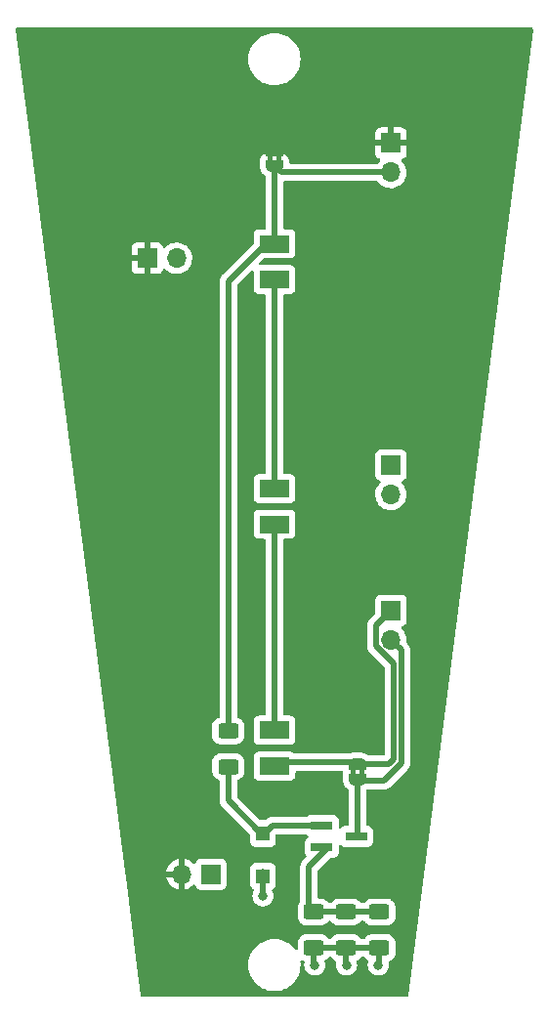
<source format=gtl>
G04 #@! TF.GenerationSoftware,KiCad,Pcbnew,6.0.11-2627ca5db0~126~ubuntu22.04.1*
G04 #@! TF.CreationDate,2023-11-05T13:12:04+01:00*
G04 #@! TF.ProjectId,CC_LED_Driver,43435f4c-4544-45f4-9472-697665722e6b,rev?*
G04 #@! TF.SameCoordinates,Original*
G04 #@! TF.FileFunction,Copper,L1,Top*
G04 #@! TF.FilePolarity,Positive*
%FSLAX46Y46*%
G04 Gerber Fmt 4.6, Leading zero omitted, Abs format (unit mm)*
G04 Created by KiCad (PCBNEW 6.0.11-2627ca5db0~126~ubuntu22.04.1) date 2023-11-05 13:12:04*
%MOMM*%
%LPD*%
G01*
G04 APERTURE LIST*
G04 Aperture macros list*
%AMRoundRect*
0 Rectangle with rounded corners*
0 $1 Rounding radius*
0 $2 $3 $4 $5 $6 $7 $8 $9 X,Y pos of 4 corners*
0 Add a 4 corners polygon primitive as box body*
4,1,4,$2,$3,$4,$5,$6,$7,$8,$9,$2,$3,0*
0 Add four circle primitives for the rounded corners*
1,1,$1+$1,$2,$3*
1,1,$1+$1,$4,$5*
1,1,$1+$1,$6,$7*
1,1,$1+$1,$8,$9*
0 Add four rect primitives between the rounded corners*
20,1,$1+$1,$2,$3,$4,$5,0*
20,1,$1+$1,$4,$5,$6,$7,0*
20,1,$1+$1,$6,$7,$8,$9,0*
20,1,$1+$1,$8,$9,$2,$3,0*%
%AMFreePoly0*
4,1,22,0.500000,-0.750000,0.000000,-0.750000,0.000000,-0.745033,-0.079941,-0.743568,-0.215256,-0.701293,-0.333266,-0.622738,-0.424486,-0.514219,-0.481581,-0.384460,-0.499164,-0.250000,-0.500000,-0.250000,-0.500000,0.250000,-0.499164,0.250000,-0.499963,0.256109,-0.478152,0.396186,-0.417904,0.524511,-0.324060,0.630769,-0.204165,0.706417,-0.067858,0.745374,0.000000,0.744959,0.000000,0.750000,
0.500000,0.750000,0.500000,-0.750000,0.500000,-0.750000,$1*%
%AMFreePoly1*
4,1,20,0.000000,0.744959,0.073905,0.744508,0.209726,0.703889,0.328688,0.626782,0.421226,0.519385,0.479903,0.390333,0.500000,0.250000,0.500000,-0.250000,0.499851,-0.262216,0.476331,-0.402017,0.414519,-0.529596,0.319384,-0.634700,0.198574,-0.708877,0.061801,-0.746166,0.000000,-0.745033,0.000000,-0.750000,-0.500000,-0.750000,-0.500000,0.750000,0.000000,0.750000,0.000000,0.744959,
0.000000,0.744959,$1*%
G04 Aperture macros list end*
G04 #@! TA.AperFunction,SMDPad,CuDef*
%ADD10RoundRect,0.250000X-0.625000X0.400000X-0.625000X-0.400000X0.625000X-0.400000X0.625000X0.400000X0*%
G04 #@! TD*
G04 #@! TA.AperFunction,ComponentPad*
%ADD11R,1.700000X1.700000*%
G04 #@! TD*
G04 #@! TA.AperFunction,ComponentPad*
%ADD12O,1.700000X1.700000*%
G04 #@! TD*
G04 #@! TA.AperFunction,SMDPad,CuDef*
%ADD13FreePoly0,90.000000*%
G04 #@! TD*
G04 #@! TA.AperFunction,SMDPad,CuDef*
%ADD14FreePoly1,90.000000*%
G04 #@! TD*
G04 #@! TA.AperFunction,SMDPad,CuDef*
%ADD15R,1.900000X0.800000*%
G04 #@! TD*
G04 #@! TA.AperFunction,SMDPad,CuDef*
%ADD16R,2.600000X1.500000*%
G04 #@! TD*
G04 #@! TA.AperFunction,SMDPad,CuDef*
%ADD17R,1.200000X1.300000*%
G04 #@! TD*
G04 #@! TA.AperFunction,ViaPad*
%ADD18C,0.800000*%
G04 #@! TD*
G04 #@! TA.AperFunction,Conductor*
%ADD19C,0.500000*%
G04 #@! TD*
G04 APERTURE END LIST*
G36*
X125300000Y-73100001D02*
G01*
X124900000Y-73100001D01*
X124900000Y-72600001D01*
X125300000Y-72600001D01*
X125300000Y-73100001D01*
G37*
G36*
X126100000Y-73100001D02*
G01*
X125700000Y-73100001D01*
X125700000Y-72600001D01*
X126100000Y-72600001D01*
X126100000Y-73100001D01*
G37*
G36*
X133300000Y-126250000D02*
G01*
X132900000Y-126250000D01*
X132900000Y-125750000D01*
X133300000Y-125750000D01*
X133300000Y-126250000D01*
G37*
G36*
X132500000Y-126250000D02*
G01*
X132100000Y-126250000D01*
X132100000Y-125750000D01*
X132500000Y-125750000D01*
X132500000Y-126250000D01*
G37*
D10*
X128900000Y-138150000D03*
X128900000Y-141250000D03*
D11*
X135600000Y-112025000D03*
D12*
X135600000Y-114565000D03*
D11*
X114475000Y-81500000D03*
D12*
X117015000Y-81500000D03*
D13*
X125500000Y-73500001D03*
D14*
X125500000Y-72200001D03*
D15*
X129600000Y-130650000D03*
X129600000Y-132550000D03*
X132600000Y-131600000D03*
D16*
X125500000Y-83350000D03*
X125500000Y-80250000D03*
D10*
X131700000Y-138150000D03*
X131700000Y-141250000D03*
D16*
X125500000Y-104550000D03*
X125500000Y-101450000D03*
D11*
X120000000Y-134875000D03*
D12*
X117460000Y-134875000D03*
D16*
X125500000Y-125500000D03*
X125500000Y-122400000D03*
D17*
X124500000Y-131350000D03*
X124500000Y-135050000D03*
D13*
X132700000Y-126650000D03*
D14*
X132700000Y-125350000D03*
D10*
X134600000Y-138150000D03*
X134600000Y-141250000D03*
X121500000Y-122450000D03*
X121500000Y-125550000D03*
D11*
X135600000Y-71525000D03*
D12*
X135600000Y-74065000D03*
D11*
X135600000Y-99425000D03*
D12*
X135600000Y-101965000D03*
D18*
X131750000Y-142750000D03*
X124500000Y-136750000D03*
X129000000Y-142750000D03*
X134500000Y-142750000D03*
D19*
X125500000Y-83350000D02*
X125500000Y-101450000D01*
X125500000Y-104550000D02*
X125500000Y-122400000D01*
X125350000Y-130650000D02*
X129600000Y-130650000D01*
X121500000Y-125550000D02*
X121500000Y-128500000D01*
X121500000Y-128500000D02*
X124500000Y-131500000D01*
X124500000Y-131500000D02*
X125350000Y-130650000D01*
X128900000Y-141250000D02*
X128900000Y-142650000D01*
X131700000Y-142700000D02*
X131750000Y-142750000D01*
X124500000Y-134687500D02*
X124500000Y-136750000D01*
X128900000Y-141250000D02*
X131700000Y-141250000D01*
X134600000Y-141250000D02*
X134600000Y-142650000D01*
X134600000Y-142650000D02*
X134500000Y-142750000D01*
X131700000Y-141250000D02*
X131700000Y-142700000D01*
X134600000Y-141250000D02*
X131700000Y-141250000D01*
X128900000Y-142650000D02*
X129000000Y-142750000D01*
X124750000Y-80250000D02*
X125500000Y-80250000D01*
X126064999Y-74065000D02*
X125500000Y-73500001D01*
X121500000Y-122450000D02*
X121500000Y-83500000D01*
X125500000Y-80250000D02*
X125500000Y-73500001D01*
X135600000Y-74065000D02*
X126064999Y-74065000D01*
X121500000Y-83500000D02*
X124750000Y-80250000D01*
X134300000Y-115103478D02*
X135800000Y-116603478D01*
X135800000Y-116603478D02*
X135800000Y-124950000D01*
X132700000Y-125350000D02*
X132525000Y-125175000D01*
X132525000Y-125175000D02*
X125825000Y-125175000D01*
X125825000Y-125175000D02*
X125500000Y-125500000D01*
X135600000Y-112025000D02*
X134300000Y-113325000D01*
X135400000Y-125350000D02*
X132700000Y-125350000D01*
X135800000Y-124950000D02*
X135400000Y-125350000D01*
X134300000Y-113325000D02*
X134300000Y-115103478D01*
X135000000Y-126750000D02*
X132800000Y-126750000D01*
X135600000Y-114565000D02*
X136500000Y-115465000D01*
X132800000Y-126750000D02*
X132700000Y-126650000D01*
X132700000Y-126650000D02*
X132750000Y-126700000D01*
X132700000Y-131500000D02*
X132600000Y-131600000D01*
X136500000Y-115465000D02*
X136500000Y-125250000D01*
X132700000Y-126650000D02*
X132700000Y-131500000D01*
X136500000Y-125250000D02*
X135000000Y-126750000D01*
X128500000Y-134212500D02*
X128500000Y-137750000D01*
X130162500Y-132550000D02*
X128500000Y-134212500D01*
X131700000Y-138150000D02*
X134600000Y-138150000D01*
X128500000Y-137750000D02*
X128900000Y-138150000D01*
X128900000Y-138150000D02*
X131700000Y-138150000D01*
G04 #@! TA.AperFunction,Conductor*
G36*
X147846217Y-61528502D02*
G01*
X147892710Y-61582158D01*
X147903054Y-61650671D01*
X137067278Y-145381671D01*
X137038699Y-145446661D01*
X136979520Y-145485883D01*
X136942320Y-145491500D01*
X114057680Y-145491500D01*
X113989559Y-145471498D01*
X113943066Y-145417842D01*
X113932722Y-145381671D01*
X113592153Y-142750000D01*
X123236654Y-142750000D01*
X123256017Y-143045426D01*
X123256819Y-143049459D01*
X123256820Y-143049465D01*
X123312970Y-143331747D01*
X123313776Y-143335797D01*
X123315103Y-143339706D01*
X123315104Y-143339710D01*
X123382155Y-143537237D01*
X123408941Y-143616145D01*
X123539885Y-143881673D01*
X123704367Y-144127838D01*
X123707081Y-144130932D01*
X123707085Y-144130938D01*
X123896864Y-144347338D01*
X123899573Y-144350427D01*
X123902662Y-144353136D01*
X124119062Y-144542915D01*
X124119068Y-144542919D01*
X124122162Y-144545633D01*
X124125588Y-144547922D01*
X124125593Y-144547926D01*
X124309405Y-144670744D01*
X124368327Y-144710115D01*
X124372026Y-144711939D01*
X124372031Y-144711942D01*
X124508313Y-144779148D01*
X124633855Y-144841059D01*
X124637760Y-144842384D01*
X124637761Y-144842385D01*
X124910290Y-144934896D01*
X124910294Y-144934897D01*
X124914203Y-144936224D01*
X124918247Y-144937028D01*
X124918253Y-144937030D01*
X125200535Y-144993180D01*
X125200541Y-144993181D01*
X125204574Y-144993983D01*
X125208679Y-144994252D01*
X125208686Y-144994253D01*
X125495881Y-145013076D01*
X125500000Y-145013346D01*
X125504119Y-145013076D01*
X125791314Y-144994253D01*
X125791321Y-144994252D01*
X125795426Y-144993983D01*
X125799459Y-144993181D01*
X125799465Y-144993180D01*
X126081747Y-144937030D01*
X126081753Y-144937028D01*
X126085797Y-144936224D01*
X126089706Y-144934897D01*
X126089710Y-144934896D01*
X126362239Y-144842385D01*
X126362240Y-144842384D01*
X126366145Y-144841059D01*
X126491687Y-144779148D01*
X126627969Y-144711942D01*
X126627974Y-144711939D01*
X126631673Y-144710115D01*
X126690595Y-144670744D01*
X126874407Y-144547926D01*
X126874412Y-144547922D01*
X126877838Y-144545633D01*
X126880932Y-144542919D01*
X126880938Y-144542915D01*
X127097338Y-144353136D01*
X127100427Y-144350427D01*
X127103136Y-144347338D01*
X127292915Y-144130938D01*
X127292919Y-144130932D01*
X127295633Y-144127838D01*
X127460115Y-143881673D01*
X127591059Y-143616145D01*
X127617845Y-143537237D01*
X127684896Y-143339710D01*
X127684897Y-143339706D01*
X127686224Y-143335797D01*
X127687030Y-143331747D01*
X127743180Y-143049465D01*
X127743181Y-143049459D01*
X127743983Y-143045426D01*
X127763346Y-142750000D01*
X127750898Y-142560072D01*
X127744253Y-142458689D01*
X127744252Y-142458685D01*
X127743983Y-142454574D01*
X127743909Y-142454201D01*
X127754718Y-142384911D01*
X127801849Y-142331815D01*
X127870204Y-142312629D01*
X127934813Y-142331360D01*
X127946028Y-142338273D01*
X127946033Y-142338275D01*
X127952262Y-142342115D01*
X128036522Y-142370063D01*
X128094881Y-142410492D01*
X128122118Y-142476056D01*
X128116687Y-142528590D01*
X128106458Y-142560072D01*
X128086496Y-142750000D01*
X128106458Y-142939928D01*
X128165473Y-143121556D01*
X128260960Y-143286944D01*
X128388747Y-143428866D01*
X128543248Y-143541118D01*
X128549276Y-143543802D01*
X128549278Y-143543803D01*
X128558752Y-143548021D01*
X128717712Y-143618794D01*
X128811112Y-143638647D01*
X128898056Y-143657128D01*
X128898061Y-143657128D01*
X128904513Y-143658500D01*
X129095487Y-143658500D01*
X129101939Y-143657128D01*
X129101944Y-143657128D01*
X129188888Y-143638647D01*
X129282288Y-143618794D01*
X129441248Y-143548021D01*
X129450722Y-143543803D01*
X129450724Y-143543802D01*
X129456752Y-143541118D01*
X129611253Y-143428866D01*
X129739040Y-143286944D01*
X129834527Y-143121556D01*
X129893542Y-142939928D01*
X129913504Y-142750000D01*
X129893542Y-142560072D01*
X129857517Y-142449199D01*
X129855489Y-142378233D01*
X129892152Y-142317435D01*
X129911036Y-142303128D01*
X129999348Y-142248478D01*
X130124305Y-142123303D01*
X130128146Y-142117072D01*
X130128148Y-142117070D01*
X130158159Y-142068383D01*
X130210931Y-142020890D01*
X130265418Y-142008500D01*
X130334631Y-142008500D01*
X130402752Y-142028502D01*
X130441772Y-142068193D01*
X130476522Y-142124348D01*
X130601697Y-142249305D01*
X130607927Y-142253145D01*
X130607928Y-142253146D01*
X130745090Y-142337694D01*
X130752262Y-142342115D01*
X130791387Y-142355092D01*
X130849744Y-142395520D01*
X130876982Y-142461084D01*
X130871551Y-142513620D01*
X130856458Y-142560072D01*
X130836496Y-142750000D01*
X130856458Y-142939928D01*
X130915473Y-143121556D01*
X131010960Y-143286944D01*
X131138747Y-143428866D01*
X131293248Y-143541118D01*
X131299276Y-143543802D01*
X131299278Y-143543803D01*
X131308752Y-143548021D01*
X131467712Y-143618794D01*
X131561112Y-143638647D01*
X131648056Y-143657128D01*
X131648061Y-143657128D01*
X131654513Y-143658500D01*
X131845487Y-143658500D01*
X131851939Y-143657128D01*
X131851944Y-143657128D01*
X131938888Y-143638647D01*
X132032288Y-143618794D01*
X132191248Y-143548021D01*
X132200722Y-143543803D01*
X132200724Y-143543802D01*
X132206752Y-143541118D01*
X132361253Y-143428866D01*
X132489040Y-143286944D01*
X132584527Y-143121556D01*
X132643542Y-142939928D01*
X132663504Y-142750000D01*
X132643542Y-142560072D01*
X132615888Y-142474962D01*
X132613860Y-142403995D01*
X132650523Y-142343197D01*
X132669418Y-142328882D01*
X132793120Y-142252332D01*
X132799348Y-142248478D01*
X132924305Y-142123303D01*
X132928146Y-142117072D01*
X132928148Y-142117070D01*
X132958159Y-142068383D01*
X133010931Y-142020890D01*
X133065418Y-142008500D01*
X133234631Y-142008500D01*
X133302752Y-142028502D01*
X133341772Y-142068193D01*
X133376522Y-142124348D01*
X133501697Y-142249305D01*
X133507927Y-142253145D01*
X133507928Y-142253146D01*
X133588774Y-142302980D01*
X133636267Y-142355752D01*
X133647691Y-142425824D01*
X133642493Y-142449170D01*
X133606458Y-142560072D01*
X133586496Y-142750000D01*
X133606458Y-142939928D01*
X133665473Y-143121556D01*
X133760960Y-143286944D01*
X133888747Y-143428866D01*
X134043248Y-143541118D01*
X134049276Y-143543802D01*
X134049278Y-143543803D01*
X134058752Y-143548021D01*
X134217712Y-143618794D01*
X134311112Y-143638647D01*
X134398056Y-143657128D01*
X134398061Y-143657128D01*
X134404513Y-143658500D01*
X134595487Y-143658500D01*
X134601939Y-143657128D01*
X134601944Y-143657128D01*
X134688888Y-143638647D01*
X134782288Y-143618794D01*
X134941248Y-143548021D01*
X134950722Y-143543803D01*
X134950724Y-143543802D01*
X134956752Y-143541118D01*
X135111253Y-143428866D01*
X135239040Y-143286944D01*
X135334527Y-143121556D01*
X135393542Y-142939928D01*
X135413504Y-142750000D01*
X135393542Y-142560072D01*
X135383314Y-142528593D01*
X135381286Y-142457626D01*
X135417948Y-142396828D01*
X135463269Y-142370134D01*
X135548946Y-142341550D01*
X135699348Y-142248478D01*
X135824305Y-142123303D01*
X135828147Y-142117070D01*
X135913275Y-141978968D01*
X135913276Y-141978966D01*
X135917115Y-141972738D01*
X135972797Y-141804861D01*
X135983500Y-141700400D01*
X135983500Y-140799600D01*
X135982492Y-140789885D01*
X135973238Y-140700692D01*
X135973237Y-140700688D01*
X135972526Y-140693834D01*
X135960443Y-140657615D01*
X135918868Y-140533002D01*
X135916550Y-140526054D01*
X135823478Y-140375652D01*
X135698303Y-140250695D01*
X135692072Y-140246854D01*
X135553968Y-140161725D01*
X135553966Y-140161724D01*
X135547738Y-140157885D01*
X135387254Y-140104655D01*
X135386389Y-140104368D01*
X135386387Y-140104368D01*
X135379861Y-140102203D01*
X135373025Y-140101503D01*
X135373022Y-140101502D01*
X135329969Y-140097091D01*
X135275400Y-140091500D01*
X133924600Y-140091500D01*
X133921354Y-140091837D01*
X133921350Y-140091837D01*
X133825692Y-140101762D01*
X133825688Y-140101763D01*
X133818834Y-140102474D01*
X133812298Y-140104655D01*
X133812296Y-140104655D01*
X133680194Y-140148728D01*
X133651054Y-140158450D01*
X133500652Y-140251522D01*
X133375695Y-140376697D01*
X133371856Y-140382925D01*
X133371852Y-140382930D01*
X133341841Y-140431617D01*
X133289069Y-140479110D01*
X133234582Y-140491500D01*
X133065369Y-140491500D01*
X132997248Y-140471498D01*
X132958228Y-140431807D01*
X132923478Y-140375652D01*
X132798303Y-140250695D01*
X132792072Y-140246854D01*
X132653968Y-140161725D01*
X132653966Y-140161724D01*
X132647738Y-140157885D01*
X132487254Y-140104655D01*
X132486389Y-140104368D01*
X132486387Y-140104368D01*
X132479861Y-140102203D01*
X132473025Y-140101503D01*
X132473022Y-140101502D01*
X132429969Y-140097091D01*
X132375400Y-140091500D01*
X131024600Y-140091500D01*
X131021354Y-140091837D01*
X131021350Y-140091837D01*
X130925692Y-140101762D01*
X130925688Y-140101763D01*
X130918834Y-140102474D01*
X130912298Y-140104655D01*
X130912296Y-140104655D01*
X130780194Y-140148728D01*
X130751054Y-140158450D01*
X130600652Y-140251522D01*
X130475695Y-140376697D01*
X130471856Y-140382925D01*
X130471852Y-140382930D01*
X130441841Y-140431617D01*
X130389069Y-140479110D01*
X130334582Y-140491500D01*
X130265369Y-140491500D01*
X130197248Y-140471498D01*
X130158228Y-140431807D01*
X130123478Y-140375652D01*
X129998303Y-140250695D01*
X129992072Y-140246854D01*
X129853968Y-140161725D01*
X129853966Y-140161724D01*
X129847738Y-140157885D01*
X129687254Y-140104655D01*
X129686389Y-140104368D01*
X129686387Y-140104368D01*
X129679861Y-140102203D01*
X129673025Y-140101503D01*
X129673022Y-140101502D01*
X129629969Y-140097091D01*
X129575400Y-140091500D01*
X128224600Y-140091500D01*
X128221354Y-140091837D01*
X128221350Y-140091837D01*
X128125692Y-140101762D01*
X128125688Y-140101763D01*
X128118834Y-140102474D01*
X128112298Y-140104655D01*
X128112296Y-140104655D01*
X127980194Y-140148728D01*
X127951054Y-140158450D01*
X127800652Y-140251522D01*
X127675695Y-140376697D01*
X127671855Y-140382927D01*
X127671854Y-140382928D01*
X127595486Y-140506820D01*
X127582885Y-140527262D01*
X127527203Y-140695139D01*
X127516500Y-140799600D01*
X127516500Y-141289260D01*
X127496498Y-141357381D01*
X127442842Y-141403874D01*
X127372568Y-141413978D01*
X127307988Y-141384484D01*
X127296042Y-141371803D01*
X127295633Y-141372162D01*
X127103136Y-141152662D01*
X127100427Y-141149573D01*
X127097338Y-141146864D01*
X126880938Y-140957085D01*
X126880932Y-140957081D01*
X126877838Y-140954367D01*
X126874412Y-140952078D01*
X126874407Y-140952074D01*
X126651027Y-140802817D01*
X126631673Y-140789885D01*
X126627974Y-140788061D01*
X126627969Y-140788058D01*
X126453415Y-140701978D01*
X126366145Y-140658941D01*
X126362239Y-140657615D01*
X126089710Y-140565104D01*
X126089706Y-140565103D01*
X126085797Y-140563776D01*
X126081753Y-140562972D01*
X126081747Y-140562970D01*
X125799465Y-140506820D01*
X125799459Y-140506819D01*
X125795426Y-140506017D01*
X125791321Y-140505748D01*
X125791314Y-140505747D01*
X125504119Y-140486924D01*
X125500000Y-140486654D01*
X125495881Y-140486924D01*
X125208686Y-140505747D01*
X125208679Y-140505748D01*
X125204574Y-140506017D01*
X125200541Y-140506819D01*
X125200535Y-140506820D01*
X124918253Y-140562970D01*
X124918247Y-140562972D01*
X124914203Y-140563776D01*
X124910294Y-140565103D01*
X124910290Y-140565104D01*
X124637761Y-140657615D01*
X124633855Y-140658941D01*
X124546585Y-140701978D01*
X124372031Y-140788058D01*
X124372026Y-140788061D01*
X124368327Y-140789885D01*
X124348973Y-140802817D01*
X124125593Y-140952074D01*
X124125588Y-140952078D01*
X124122162Y-140954367D01*
X124119068Y-140957081D01*
X124119062Y-140957085D01*
X123902662Y-141146864D01*
X123899573Y-141149573D01*
X123896864Y-141152662D01*
X123707085Y-141369062D01*
X123707081Y-141369068D01*
X123704367Y-141372162D01*
X123702078Y-141375588D01*
X123702074Y-141375593D01*
X123676426Y-141413978D01*
X123539885Y-141618327D01*
X123538061Y-141622026D01*
X123538058Y-141622031D01*
X123499411Y-141700400D01*
X123408941Y-141883855D01*
X123407616Y-141887760D01*
X123407615Y-141887761D01*
X123327660Y-142123303D01*
X123313776Y-142164203D01*
X123312972Y-142168247D01*
X123312970Y-142168253D01*
X123257086Y-142449201D01*
X123256017Y-142454574D01*
X123255748Y-142458679D01*
X123255747Y-142458686D01*
X123238008Y-142729340D01*
X123236654Y-142750000D01*
X113592153Y-142750000D01*
X112607714Y-135142966D01*
X116128257Y-135142966D01*
X116158565Y-135277446D01*
X116161645Y-135287275D01*
X116241770Y-135484603D01*
X116246413Y-135493794D01*
X116357694Y-135675388D01*
X116363777Y-135683699D01*
X116503213Y-135844667D01*
X116510580Y-135851883D01*
X116674434Y-135987916D01*
X116682881Y-135993831D01*
X116866756Y-136101279D01*
X116876042Y-136105729D01*
X117075001Y-136181703D01*
X117084899Y-136184579D01*
X117188250Y-136205606D01*
X117202299Y-136204410D01*
X117206000Y-136194065D01*
X117206000Y-136193517D01*
X117714000Y-136193517D01*
X117718064Y-136207359D01*
X117731478Y-136209393D01*
X117738184Y-136208534D01*
X117748262Y-136206392D01*
X117952255Y-136145191D01*
X117961842Y-136141433D01*
X118153095Y-136047739D01*
X118161945Y-136042464D01*
X118335328Y-135918792D01*
X118343193Y-135912145D01*
X118447897Y-135807805D01*
X118510268Y-135773889D01*
X118581075Y-135779077D01*
X118637837Y-135821723D01*
X118654819Y-135852826D01*
X118699385Y-135971705D01*
X118786739Y-136088261D01*
X118903295Y-136175615D01*
X119039684Y-136226745D01*
X119101866Y-136233500D01*
X120898134Y-136233500D01*
X120960316Y-136226745D01*
X121096705Y-136175615D01*
X121213261Y-136088261D01*
X121300615Y-135971705D01*
X121351745Y-135835316D01*
X121358500Y-135773134D01*
X121358500Y-135748134D01*
X123391500Y-135748134D01*
X123398255Y-135810316D01*
X123449385Y-135946705D01*
X123536739Y-136063261D01*
X123653239Y-136150573D01*
X123653242Y-136150576D01*
X123653295Y-136150615D01*
X123653289Y-136150623D01*
X123700222Y-136197662D01*
X123715234Y-136267054D01*
X123698684Y-136320921D01*
X123665473Y-136378444D01*
X123606458Y-136560072D01*
X123586496Y-136750000D01*
X123606458Y-136939928D01*
X123665473Y-137121556D01*
X123760960Y-137286944D01*
X123765378Y-137291851D01*
X123765379Y-137291852D01*
X123881693Y-137421032D01*
X123888747Y-137428866D01*
X124043248Y-137541118D01*
X124049276Y-137543802D01*
X124049278Y-137543803D01*
X124177054Y-137600692D01*
X124217712Y-137618794D01*
X124311112Y-137638647D01*
X124398056Y-137657128D01*
X124398061Y-137657128D01*
X124404513Y-137658500D01*
X124595487Y-137658500D01*
X124601939Y-137657128D01*
X124601944Y-137657128D01*
X124688888Y-137638647D01*
X124782288Y-137618794D01*
X124822946Y-137600692D01*
X124950722Y-137543803D01*
X124950724Y-137543802D01*
X124956752Y-137541118D01*
X125111253Y-137428866D01*
X125118307Y-137421032D01*
X125234621Y-137291852D01*
X125234622Y-137291851D01*
X125239040Y-137286944D01*
X125334527Y-137121556D01*
X125393542Y-136939928D01*
X125413504Y-136750000D01*
X125393542Y-136560072D01*
X125334527Y-136378444D01*
X125301316Y-136320921D01*
X125284578Y-136251926D01*
X125307798Y-136184834D01*
X125346019Y-136150872D01*
X125346705Y-136150615D01*
X125463261Y-136063261D01*
X125550615Y-135946705D01*
X125601745Y-135810316D01*
X125608500Y-135748134D01*
X125608500Y-134351866D01*
X125601745Y-134289684D01*
X125550615Y-134153295D01*
X125463261Y-134036739D01*
X125346705Y-133949385D01*
X125210316Y-133898255D01*
X125148134Y-133891500D01*
X123851866Y-133891500D01*
X123789684Y-133898255D01*
X123653295Y-133949385D01*
X123536739Y-134036739D01*
X123449385Y-134153295D01*
X123398255Y-134289684D01*
X123391500Y-134351866D01*
X123391500Y-135748134D01*
X121358500Y-135748134D01*
X121358500Y-133976866D01*
X121351745Y-133914684D01*
X121300615Y-133778295D01*
X121213261Y-133661739D01*
X121096705Y-133574385D01*
X120960316Y-133523255D01*
X120898134Y-133516500D01*
X119101866Y-133516500D01*
X119039684Y-133523255D01*
X118903295Y-133574385D01*
X118786739Y-133661739D01*
X118699385Y-133778295D01*
X118696233Y-133786703D01*
X118696232Y-133786705D01*
X118654722Y-133897433D01*
X118612081Y-133954198D01*
X118545519Y-133978898D01*
X118476170Y-133963691D01*
X118443546Y-133938004D01*
X118392799Y-133882234D01*
X118385273Y-133875215D01*
X118218139Y-133743222D01*
X118209552Y-133737517D01*
X118023117Y-133634599D01*
X118013705Y-133630369D01*
X117812959Y-133559280D01*
X117802988Y-133556646D01*
X117731837Y-133543972D01*
X117718540Y-133545432D01*
X117714000Y-133559989D01*
X117714000Y-136193517D01*
X117206000Y-136193517D01*
X117206000Y-135147115D01*
X117201525Y-135131876D01*
X117200135Y-135130671D01*
X117192452Y-135129000D01*
X116143225Y-135129000D01*
X116129694Y-135132973D01*
X116128257Y-135142966D01*
X112607714Y-135142966D01*
X112538636Y-134609183D01*
X116124389Y-134609183D01*
X116125912Y-134617607D01*
X116138292Y-134621000D01*
X117187885Y-134621000D01*
X117203124Y-134616525D01*
X117204329Y-134615135D01*
X117206000Y-134607452D01*
X117206000Y-133558102D01*
X117202082Y-133544758D01*
X117187806Y-133542771D01*
X117149324Y-133548660D01*
X117139288Y-133551051D01*
X116936868Y-133617212D01*
X116927359Y-133621209D01*
X116738463Y-133719542D01*
X116729738Y-133725036D01*
X116559433Y-133852905D01*
X116551726Y-133859748D01*
X116404590Y-134013717D01*
X116398104Y-134021727D01*
X116278098Y-134197649D01*
X116273000Y-134206623D01*
X116183338Y-134399783D01*
X116179775Y-134409470D01*
X116124389Y-134609183D01*
X112538636Y-134609183D01*
X111424558Y-126000400D01*
X120116500Y-126000400D01*
X120116837Y-126003646D01*
X120116837Y-126003650D01*
X120124493Y-126077432D01*
X120127474Y-126106166D01*
X120129655Y-126112702D01*
X120129655Y-126112704D01*
X120173728Y-126244806D01*
X120183450Y-126273946D01*
X120276522Y-126424348D01*
X120401697Y-126549305D01*
X120407927Y-126553145D01*
X120407928Y-126553146D01*
X120545090Y-126637694D01*
X120552262Y-126642115D01*
X120636615Y-126670093D01*
X120655167Y-126676247D01*
X120713527Y-126716678D01*
X120740764Y-126782242D01*
X120741500Y-126795840D01*
X120741500Y-128432930D01*
X120740067Y-128451880D01*
X120736801Y-128473349D01*
X120737394Y-128480641D01*
X120737394Y-128480644D01*
X120741085Y-128526018D01*
X120741500Y-128536233D01*
X120741500Y-128544293D01*
X120741925Y-128547937D01*
X120744789Y-128572507D01*
X120745222Y-128576882D01*
X120751140Y-128649637D01*
X120753396Y-128656601D01*
X120754587Y-128662560D01*
X120755971Y-128668415D01*
X120756818Y-128675681D01*
X120781735Y-128744327D01*
X120783152Y-128748455D01*
X120805649Y-128817899D01*
X120809445Y-128824154D01*
X120811951Y-128829628D01*
X120814670Y-128835058D01*
X120817167Y-128841937D01*
X120821180Y-128848057D01*
X120821180Y-128848058D01*
X120857186Y-128902976D01*
X120859523Y-128906680D01*
X120897405Y-128969107D01*
X120901121Y-128973315D01*
X120901122Y-128973316D01*
X120904803Y-128977484D01*
X120904776Y-128977508D01*
X120907429Y-128980500D01*
X120910132Y-128983733D01*
X120914144Y-128989852D01*
X120919456Y-128994884D01*
X120970383Y-129043128D01*
X120972825Y-129045506D01*
X123354595Y-131427276D01*
X123388621Y-131489588D01*
X123391500Y-131516371D01*
X123391500Y-132048134D01*
X123398255Y-132110316D01*
X123449385Y-132246705D01*
X123536739Y-132363261D01*
X123653295Y-132450615D01*
X123789684Y-132501745D01*
X123851866Y-132508500D01*
X125148134Y-132508500D01*
X125210316Y-132501745D01*
X125346705Y-132450615D01*
X125463261Y-132363261D01*
X125550615Y-132246705D01*
X125601745Y-132110316D01*
X125608500Y-132048134D01*
X125608500Y-131534500D01*
X125628502Y-131466379D01*
X125682158Y-131419886D01*
X125734500Y-131408500D01*
X128238411Y-131408500D01*
X128306532Y-131428502D01*
X128313976Y-131433674D01*
X128401372Y-131499174D01*
X128443887Y-131556033D01*
X128448913Y-131626852D01*
X128414853Y-131689145D01*
X128401372Y-131700826D01*
X128286739Y-131786739D01*
X128199385Y-131903295D01*
X128148255Y-132039684D01*
X128141500Y-132101866D01*
X128141500Y-132998134D01*
X128148255Y-133060316D01*
X128199385Y-133196705D01*
X128238285Y-133248608D01*
X128263131Y-133315114D01*
X128248078Y-133384496D01*
X128226552Y-133413267D01*
X128011089Y-133628730D01*
X127996677Y-133641116D01*
X127985082Y-133649649D01*
X127985077Y-133649654D01*
X127979182Y-133653992D01*
X127974443Y-133659570D01*
X127974440Y-133659573D01*
X127944965Y-133694268D01*
X127938035Y-133701784D01*
X127932340Y-133707479D01*
X127930060Y-133710361D01*
X127914719Y-133729751D01*
X127911928Y-133733155D01*
X127879684Y-133771109D01*
X127864667Y-133788785D01*
X127861339Y-133795301D01*
X127857972Y-133800350D01*
X127854805Y-133805479D01*
X127850266Y-133811216D01*
X127819345Y-133877375D01*
X127817442Y-133881269D01*
X127784231Y-133946308D01*
X127782492Y-133953416D01*
X127780393Y-133959059D01*
X127778476Y-133964822D01*
X127775378Y-133971450D01*
X127773888Y-133978612D01*
X127773888Y-133978613D01*
X127760514Y-134042912D01*
X127759544Y-134047196D01*
X127742192Y-134118110D01*
X127741500Y-134129264D01*
X127741464Y-134129262D01*
X127741225Y-134133255D01*
X127740851Y-134137447D01*
X127739360Y-134144615D01*
X127739558Y-134151932D01*
X127741454Y-134222021D01*
X127741500Y-134225428D01*
X127741500Y-137158650D01*
X127721498Y-137226771D01*
X127704674Y-137247667D01*
X127675695Y-137276697D01*
X127671855Y-137282927D01*
X127671854Y-137282928D01*
X127617259Y-137371498D01*
X127582885Y-137427262D01*
X127527203Y-137595139D01*
X127516500Y-137699600D01*
X127516500Y-138600400D01*
X127527474Y-138706166D01*
X127583450Y-138873946D01*
X127676522Y-139024348D01*
X127801697Y-139149305D01*
X127807927Y-139153145D01*
X127807928Y-139153146D01*
X127945090Y-139237694D01*
X127952262Y-139242115D01*
X128032005Y-139268564D01*
X128113611Y-139295632D01*
X128113613Y-139295632D01*
X128120139Y-139297797D01*
X128126975Y-139298497D01*
X128126978Y-139298498D01*
X128170031Y-139302909D01*
X128224600Y-139308500D01*
X129575400Y-139308500D01*
X129578646Y-139308163D01*
X129578650Y-139308163D01*
X129674308Y-139298238D01*
X129674312Y-139298237D01*
X129681166Y-139297526D01*
X129687702Y-139295345D01*
X129687704Y-139295345D01*
X129819806Y-139251272D01*
X129848946Y-139241550D01*
X129999348Y-139148478D01*
X130124305Y-139023303D01*
X130128146Y-139017072D01*
X130128148Y-139017070D01*
X130158159Y-138968383D01*
X130210931Y-138920890D01*
X130265418Y-138908500D01*
X130334631Y-138908500D01*
X130402752Y-138928502D01*
X130441772Y-138968193D01*
X130476522Y-139024348D01*
X130601697Y-139149305D01*
X130607927Y-139153145D01*
X130607928Y-139153146D01*
X130745090Y-139237694D01*
X130752262Y-139242115D01*
X130832005Y-139268564D01*
X130913611Y-139295632D01*
X130913613Y-139295632D01*
X130920139Y-139297797D01*
X130926975Y-139298497D01*
X130926978Y-139298498D01*
X130970031Y-139302909D01*
X131024600Y-139308500D01*
X132375400Y-139308500D01*
X132378646Y-139308163D01*
X132378650Y-139308163D01*
X132474308Y-139298238D01*
X132474312Y-139298237D01*
X132481166Y-139297526D01*
X132487702Y-139295345D01*
X132487704Y-139295345D01*
X132619806Y-139251272D01*
X132648946Y-139241550D01*
X132799348Y-139148478D01*
X132924305Y-139023303D01*
X132928146Y-139017072D01*
X132928148Y-139017070D01*
X132958159Y-138968383D01*
X133010931Y-138920890D01*
X133065418Y-138908500D01*
X133234631Y-138908500D01*
X133302752Y-138928502D01*
X133341772Y-138968193D01*
X133376522Y-139024348D01*
X133501697Y-139149305D01*
X133507927Y-139153145D01*
X133507928Y-139153146D01*
X133645090Y-139237694D01*
X133652262Y-139242115D01*
X133732005Y-139268564D01*
X133813611Y-139295632D01*
X133813613Y-139295632D01*
X133820139Y-139297797D01*
X133826975Y-139298497D01*
X133826978Y-139298498D01*
X133870031Y-139302909D01*
X133924600Y-139308500D01*
X135275400Y-139308500D01*
X135278646Y-139308163D01*
X135278650Y-139308163D01*
X135374308Y-139298238D01*
X135374312Y-139298237D01*
X135381166Y-139297526D01*
X135387702Y-139295345D01*
X135387704Y-139295345D01*
X135519806Y-139251272D01*
X135548946Y-139241550D01*
X135699348Y-139148478D01*
X135824305Y-139023303D01*
X135858273Y-138968197D01*
X135913275Y-138878968D01*
X135913276Y-138878966D01*
X135917115Y-138872738D01*
X135972797Y-138704861D01*
X135983500Y-138600400D01*
X135983500Y-137699600D01*
X135979236Y-137658500D01*
X135973238Y-137600692D01*
X135973237Y-137600688D01*
X135972526Y-137593834D01*
X135954939Y-137541118D01*
X135918868Y-137433002D01*
X135916550Y-137426054D01*
X135823478Y-137275652D01*
X135698303Y-137150695D01*
X135692072Y-137146854D01*
X135553968Y-137061725D01*
X135553966Y-137061724D01*
X135547738Y-137057885D01*
X135387254Y-137004655D01*
X135386389Y-137004368D01*
X135386387Y-137004368D01*
X135379861Y-137002203D01*
X135373025Y-137001503D01*
X135373022Y-137001502D01*
X135329969Y-136997091D01*
X135275400Y-136991500D01*
X133924600Y-136991500D01*
X133921354Y-136991837D01*
X133921350Y-136991837D01*
X133825692Y-137001762D01*
X133825688Y-137001763D01*
X133818834Y-137002474D01*
X133812298Y-137004655D01*
X133812296Y-137004655D01*
X133680194Y-137048728D01*
X133651054Y-137058450D01*
X133500652Y-137151522D01*
X133375695Y-137276697D01*
X133371856Y-137282925D01*
X133371852Y-137282930D01*
X133341841Y-137331617D01*
X133289069Y-137379110D01*
X133234582Y-137391500D01*
X133065369Y-137391500D01*
X132997248Y-137371498D01*
X132958228Y-137331807D01*
X132923478Y-137275652D01*
X132798303Y-137150695D01*
X132792072Y-137146854D01*
X132653968Y-137061725D01*
X132653966Y-137061724D01*
X132647738Y-137057885D01*
X132487254Y-137004655D01*
X132486389Y-137004368D01*
X132486387Y-137004368D01*
X132479861Y-137002203D01*
X132473025Y-137001503D01*
X132473022Y-137001502D01*
X132429969Y-136997091D01*
X132375400Y-136991500D01*
X131024600Y-136991500D01*
X131021354Y-136991837D01*
X131021350Y-136991837D01*
X130925692Y-137001762D01*
X130925688Y-137001763D01*
X130918834Y-137002474D01*
X130912298Y-137004655D01*
X130912296Y-137004655D01*
X130780194Y-137048728D01*
X130751054Y-137058450D01*
X130600652Y-137151522D01*
X130475695Y-137276697D01*
X130471856Y-137282925D01*
X130471852Y-137282930D01*
X130441841Y-137331617D01*
X130389069Y-137379110D01*
X130334582Y-137391500D01*
X130265369Y-137391500D01*
X130197248Y-137371498D01*
X130158228Y-137331807D01*
X130123478Y-137275652D01*
X129998303Y-137150695D01*
X129992072Y-137146854D01*
X129853968Y-137061725D01*
X129853966Y-137061724D01*
X129847738Y-137057885D01*
X129687254Y-137004655D01*
X129686389Y-137004368D01*
X129686387Y-137004368D01*
X129679861Y-137002203D01*
X129673025Y-137001503D01*
X129673022Y-137001502D01*
X129629969Y-136997091D01*
X129575400Y-136991500D01*
X129384500Y-136991500D01*
X129316379Y-136971498D01*
X129269886Y-136917842D01*
X129258500Y-136865500D01*
X129258500Y-134578871D01*
X129278502Y-134510750D01*
X129295405Y-134489776D01*
X130289776Y-133495405D01*
X130352088Y-133461379D01*
X130378871Y-133458500D01*
X130598134Y-133458500D01*
X130660316Y-133451745D01*
X130796705Y-133400615D01*
X130913261Y-133313261D01*
X131000615Y-133196705D01*
X131051745Y-133060316D01*
X131058500Y-132998134D01*
X131058500Y-132436941D01*
X131078502Y-132368820D01*
X131132158Y-132322327D01*
X131202432Y-132312223D01*
X131267012Y-132341717D01*
X131274734Y-132350005D01*
X131275008Y-132349731D01*
X131281358Y-132356081D01*
X131286739Y-132363261D01*
X131403295Y-132450615D01*
X131539684Y-132501745D01*
X131601866Y-132508500D01*
X133598134Y-132508500D01*
X133660316Y-132501745D01*
X133796705Y-132450615D01*
X133913261Y-132363261D01*
X134000615Y-132246705D01*
X134051745Y-132110316D01*
X134058500Y-132048134D01*
X134058500Y-131151866D01*
X134051745Y-131089684D01*
X134000615Y-130953295D01*
X133913261Y-130836739D01*
X133796705Y-130749385D01*
X133660316Y-130698255D01*
X133598134Y-130691500D01*
X133584500Y-130691500D01*
X133516379Y-130671498D01*
X133469886Y-130617842D01*
X133458500Y-130565500D01*
X133458500Y-127634500D01*
X133478502Y-127566379D01*
X133532158Y-127519886D01*
X133584500Y-127508500D01*
X134932930Y-127508500D01*
X134951880Y-127509933D01*
X134966115Y-127512099D01*
X134966119Y-127512099D01*
X134973349Y-127513199D01*
X134980641Y-127512606D01*
X134980644Y-127512606D01*
X135026018Y-127508915D01*
X135036233Y-127508500D01*
X135044293Y-127508500D01*
X135057583Y-127506951D01*
X135072507Y-127505211D01*
X135076882Y-127504778D01*
X135142339Y-127499454D01*
X135142342Y-127499453D01*
X135149637Y-127498860D01*
X135156601Y-127496604D01*
X135162560Y-127495413D01*
X135168415Y-127494029D01*
X135175681Y-127493182D01*
X135244327Y-127468265D01*
X135248455Y-127466848D01*
X135310936Y-127446607D01*
X135310938Y-127446606D01*
X135317899Y-127444351D01*
X135324154Y-127440555D01*
X135329628Y-127438049D01*
X135335058Y-127435330D01*
X135341937Y-127432833D01*
X135402976Y-127392814D01*
X135406680Y-127390477D01*
X135469107Y-127352595D01*
X135477484Y-127345197D01*
X135477508Y-127345224D01*
X135480500Y-127342571D01*
X135483733Y-127339868D01*
X135489852Y-127335856D01*
X135543128Y-127279617D01*
X135545506Y-127277175D01*
X136988911Y-125833770D01*
X137003323Y-125821384D01*
X137014918Y-125812851D01*
X137014923Y-125812846D01*
X137020818Y-125808508D01*
X137025557Y-125802930D01*
X137025560Y-125802927D01*
X137055035Y-125768232D01*
X137061965Y-125760716D01*
X137067660Y-125755021D01*
X137085281Y-125732749D01*
X137088072Y-125729345D01*
X137130591Y-125679297D01*
X137130592Y-125679295D01*
X137135333Y-125673715D01*
X137138661Y-125667199D01*
X137142028Y-125662150D01*
X137145195Y-125657021D01*
X137149734Y-125651284D01*
X137180655Y-125585125D01*
X137182561Y-125581225D01*
X137215769Y-125516192D01*
X137217508Y-125509084D01*
X137219607Y-125503441D01*
X137221524Y-125497678D01*
X137224622Y-125491050D01*
X137239487Y-125419583D01*
X137240457Y-125415299D01*
X137256473Y-125349845D01*
X137257808Y-125344390D01*
X137258500Y-125333236D01*
X137258536Y-125333238D01*
X137258775Y-125329245D01*
X137259149Y-125325053D01*
X137260640Y-125317885D01*
X137258546Y-125240479D01*
X137258500Y-125237072D01*
X137258500Y-115532069D01*
X137259933Y-115513118D01*
X137262099Y-115498883D01*
X137262099Y-115498881D01*
X137263199Y-115491651D01*
X137258915Y-115438982D01*
X137258500Y-115428767D01*
X137258500Y-115420707D01*
X137255211Y-115392493D01*
X137254778Y-115388118D01*
X137249454Y-115322661D01*
X137249453Y-115322658D01*
X137248860Y-115315363D01*
X137246604Y-115308399D01*
X137245413Y-115302440D01*
X137244029Y-115296585D01*
X137243182Y-115289319D01*
X137218265Y-115220673D01*
X137216848Y-115216545D01*
X137196607Y-115154064D01*
X137196606Y-115154062D01*
X137194351Y-115147101D01*
X137190555Y-115140846D01*
X137188049Y-115135372D01*
X137185330Y-115129942D01*
X137182833Y-115123063D01*
X137142809Y-115062016D01*
X137140472Y-115058312D01*
X137105509Y-115000693D01*
X137105505Y-115000688D01*
X137102595Y-114995892D01*
X137095197Y-114987516D01*
X137095223Y-114987493D01*
X137092574Y-114984503D01*
X137089866Y-114981264D01*
X137085856Y-114975148D01*
X137080549Y-114970121D01*
X137080546Y-114970117D01*
X137029617Y-114921872D01*
X137027175Y-114919494D01*
X136979609Y-114871928D01*
X136945583Y-114809616D01*
X136943782Y-114766389D01*
X136961529Y-114631590D01*
X136963156Y-114565000D01*
X136944852Y-114342361D01*
X136890431Y-114125702D01*
X136801354Y-113920840D01*
X136680014Y-113733277D01*
X136676532Y-113729450D01*
X136532798Y-113571488D01*
X136501746Y-113507642D01*
X136510141Y-113437143D01*
X136555317Y-113382375D01*
X136581761Y-113368706D01*
X136688297Y-113328767D01*
X136696705Y-113325615D01*
X136813261Y-113238261D01*
X136900615Y-113121705D01*
X136951745Y-112985316D01*
X136958500Y-112923134D01*
X136958500Y-111126866D01*
X136951745Y-111064684D01*
X136900615Y-110928295D01*
X136813261Y-110811739D01*
X136696705Y-110724385D01*
X136560316Y-110673255D01*
X136498134Y-110666500D01*
X134701866Y-110666500D01*
X134639684Y-110673255D01*
X134503295Y-110724385D01*
X134386739Y-110811739D01*
X134299385Y-110928295D01*
X134248255Y-111064684D01*
X134241500Y-111126866D01*
X134241500Y-112258629D01*
X134221498Y-112326750D01*
X134204595Y-112347724D01*
X133811089Y-112741230D01*
X133796677Y-112753616D01*
X133785082Y-112762149D01*
X133785077Y-112762154D01*
X133779182Y-112766492D01*
X133774443Y-112772070D01*
X133774440Y-112772073D01*
X133744965Y-112806768D01*
X133738035Y-112814284D01*
X133732340Y-112819979D01*
X133730060Y-112822861D01*
X133714719Y-112842251D01*
X133711928Y-112845655D01*
X133669409Y-112895703D01*
X133664667Y-112901285D01*
X133661339Y-112907801D01*
X133657972Y-112912850D01*
X133654805Y-112917979D01*
X133650266Y-112923716D01*
X133619345Y-112989875D01*
X133617442Y-112993769D01*
X133584231Y-113058808D01*
X133582492Y-113065916D01*
X133580393Y-113071559D01*
X133578476Y-113077322D01*
X133575378Y-113083950D01*
X133573888Y-113091112D01*
X133573888Y-113091113D01*
X133560514Y-113155412D01*
X133559544Y-113159696D01*
X133542192Y-113230610D01*
X133541500Y-113241764D01*
X133541464Y-113241762D01*
X133541225Y-113245755D01*
X133540851Y-113249947D01*
X133539360Y-113257115D01*
X133539558Y-113264432D01*
X133541454Y-113334521D01*
X133541500Y-113337928D01*
X133541500Y-115036408D01*
X133540067Y-115055358D01*
X133539052Y-115062032D01*
X133536801Y-115076827D01*
X133537394Y-115084119D01*
X133537394Y-115084122D01*
X133541085Y-115129496D01*
X133541500Y-115139711D01*
X133541500Y-115147771D01*
X133541925Y-115151415D01*
X133544789Y-115175985D01*
X133545222Y-115180360D01*
X133548336Y-115218638D01*
X133551140Y-115253115D01*
X133553396Y-115260079D01*
X133554587Y-115266038D01*
X133555971Y-115271893D01*
X133556818Y-115279159D01*
X133581735Y-115347805D01*
X133583152Y-115351933D01*
X133605649Y-115421377D01*
X133609445Y-115427632D01*
X133611951Y-115433106D01*
X133614670Y-115438536D01*
X133617167Y-115445415D01*
X133621180Y-115451535D01*
X133621180Y-115451536D01*
X133657186Y-115506454D01*
X133659523Y-115510158D01*
X133697405Y-115572585D01*
X133701121Y-115576793D01*
X133701122Y-115576794D01*
X133704803Y-115580962D01*
X133704776Y-115580986D01*
X133707429Y-115583978D01*
X133710132Y-115587211D01*
X133714144Y-115593330D01*
X133719456Y-115598362D01*
X133770383Y-115646606D01*
X133772825Y-115648984D01*
X135004595Y-116880754D01*
X135038621Y-116943066D01*
X135041500Y-116969849D01*
X135041500Y-124465500D01*
X135021498Y-124533621D01*
X134967842Y-124580114D01*
X134915500Y-124591500D01*
X133671247Y-124591500D01*
X133603126Y-124571498D01*
X133586692Y-124558916D01*
X133580547Y-124553354D01*
X133577224Y-124550346D01*
X133519933Y-124511703D01*
X133460183Y-124471401D01*
X133460178Y-124471398D01*
X133456464Y-124468893D01*
X133442869Y-124462306D01*
X133397994Y-124440565D01*
X133327572Y-124406446D01*
X133188812Y-124362162D01*
X133047574Y-124338400D01*
X132968627Y-124331318D01*
X132966205Y-124331288D01*
X132966198Y-124331288D01*
X132962884Y-124331248D01*
X132956285Y-124331167D01*
X132885620Y-124335767D01*
X132881964Y-124336005D01*
X132873779Y-124336271D01*
X132529481Y-124336271D01*
X132518223Y-124335767D01*
X132514249Y-124335411D01*
X132468627Y-124331318D01*
X132466205Y-124331288D01*
X132466198Y-124331288D01*
X132462884Y-124331248D01*
X132456285Y-124331167D01*
X132419993Y-124333529D01*
X132379592Y-124336159D01*
X132379582Y-124336160D01*
X132377171Y-124336317D01*
X132374762Y-124336662D01*
X132239839Y-124355984D01*
X132239833Y-124355985D01*
X132235394Y-124356621D01*
X132231089Y-124357880D01*
X132231084Y-124357881D01*
X132116118Y-124391500D01*
X132095590Y-124397503D01*
X132091517Y-124399355D01*
X132091514Y-124399356D01*
X132078659Y-124405201D01*
X132026508Y-124416500D01*
X127243413Y-124416500D01*
X127175292Y-124396498D01*
X127163380Y-124386898D01*
X127163261Y-124386739D01*
X127156082Y-124381358D01*
X127099303Y-124338805D01*
X127046705Y-124299385D01*
X126910316Y-124248255D01*
X126848134Y-124241500D01*
X124151866Y-124241500D01*
X124089684Y-124248255D01*
X123953295Y-124299385D01*
X123836739Y-124386739D01*
X123749385Y-124503295D01*
X123698255Y-124639684D01*
X123691500Y-124701866D01*
X123691500Y-126298134D01*
X123698255Y-126360316D01*
X123749385Y-126496705D01*
X123836739Y-126613261D01*
X123953295Y-126700615D01*
X124089684Y-126751745D01*
X124151866Y-126758500D01*
X126848134Y-126758500D01*
X126910316Y-126751745D01*
X127046705Y-126700615D01*
X127163261Y-126613261D01*
X127250615Y-126496705D01*
X127301745Y-126360316D01*
X127308500Y-126298134D01*
X127308500Y-126059500D01*
X127328502Y-125991379D01*
X127382158Y-125944886D01*
X127434500Y-125933500D01*
X131321988Y-125933500D01*
X131390109Y-125953502D01*
X131436602Y-126007158D01*
X131446705Y-126077432D01*
X131436271Y-126150000D01*
X131436271Y-126640008D01*
X131436269Y-126640778D01*
X131435921Y-126697797D01*
X131435813Y-126715417D01*
X131455580Y-126859727D01*
X131494937Y-126997436D01*
X131554414Y-127130398D01*
X131556800Y-127134180D01*
X131556804Y-127134187D01*
X131606006Y-127212166D01*
X131630840Y-127251526D01*
X131725246Y-127362452D01*
X131832597Y-127457260D01*
X131836334Y-127459715D01*
X131836337Y-127459717D01*
X131884677Y-127491470D01*
X131930631Y-127545588D01*
X131941500Y-127596782D01*
X131941500Y-130565500D01*
X131921498Y-130633621D01*
X131867842Y-130680114D01*
X131815500Y-130691500D01*
X131601866Y-130691500D01*
X131539684Y-130698255D01*
X131403295Y-130749385D01*
X131286739Y-130836739D01*
X131281358Y-130843919D01*
X131275008Y-130850269D01*
X131272761Y-130848022D01*
X131228456Y-130881143D01*
X131157637Y-130886162D01*
X131095347Y-130852097D01*
X131061362Y-130789762D01*
X131058500Y-130763059D01*
X131058500Y-130201866D01*
X131051745Y-130139684D01*
X131000615Y-130003295D01*
X130913261Y-129886739D01*
X130796705Y-129799385D01*
X130660316Y-129748255D01*
X130598134Y-129741500D01*
X128601866Y-129741500D01*
X128539684Y-129748255D01*
X128403295Y-129799385D01*
X128313976Y-129866326D01*
X128247470Y-129891174D01*
X128238411Y-129891500D01*
X125417070Y-129891500D01*
X125398120Y-129890067D01*
X125383885Y-129887901D01*
X125383881Y-129887901D01*
X125376651Y-129886801D01*
X125369359Y-129887394D01*
X125369356Y-129887394D01*
X125323982Y-129891085D01*
X125313767Y-129891500D01*
X125305707Y-129891500D01*
X125302073Y-129891924D01*
X125302067Y-129891924D01*
X125289042Y-129893443D01*
X125277480Y-129894791D01*
X125273132Y-129895221D01*
X125251059Y-129897016D01*
X125207662Y-129900546D01*
X125207659Y-129900547D01*
X125200364Y-129901140D01*
X125193400Y-129903396D01*
X125187461Y-129904583D01*
X125181590Y-129905970D01*
X125174319Y-129906818D01*
X125167443Y-129909314D01*
X125167434Y-129909316D01*
X125105702Y-129931725D01*
X125101598Y-129933135D01*
X125032101Y-129955648D01*
X125025846Y-129959444D01*
X125020387Y-129961943D01*
X125014939Y-129964671D01*
X125008063Y-129967167D01*
X124947010Y-130007195D01*
X124943337Y-130009513D01*
X124880893Y-130047405D01*
X124872517Y-130054802D01*
X124872493Y-130054775D01*
X124869499Y-130057430D01*
X124866268Y-130060132D01*
X124860148Y-130064144D01*
X124855116Y-130069456D01*
X124806872Y-130120383D01*
X124804494Y-130122825D01*
X124772724Y-130154595D01*
X124710412Y-130188621D01*
X124683629Y-130191500D01*
X124316371Y-130191500D01*
X124248250Y-130171498D01*
X124227276Y-130154595D01*
X122295405Y-128222724D01*
X122261379Y-128160412D01*
X122258500Y-128133629D01*
X122258500Y-126795879D01*
X122278502Y-126727758D01*
X122332158Y-126681265D01*
X122344623Y-126676356D01*
X122441993Y-126643870D01*
X122441995Y-126643869D01*
X122448946Y-126641550D01*
X122599348Y-126548478D01*
X122724305Y-126423303D01*
X122763131Y-126360316D01*
X122813275Y-126278968D01*
X122813276Y-126278966D01*
X122817115Y-126272738D01*
X122857825Y-126150000D01*
X122870632Y-126111389D01*
X122870632Y-126111387D01*
X122872797Y-126104861D01*
X122875608Y-126077432D01*
X122877909Y-126054969D01*
X122883500Y-126000400D01*
X122883500Y-125099600D01*
X122872526Y-124993834D01*
X122816550Y-124826054D01*
X122723478Y-124675652D01*
X122598303Y-124550695D01*
X122535047Y-124511703D01*
X122453968Y-124461725D01*
X122453966Y-124461724D01*
X122447738Y-124457885D01*
X122367995Y-124431436D01*
X122286389Y-124404368D01*
X122286387Y-124404368D01*
X122279861Y-124402203D01*
X122273025Y-124401503D01*
X122273022Y-124401502D01*
X122221711Y-124396245D01*
X122175400Y-124391500D01*
X120824600Y-124391500D01*
X120821354Y-124391837D01*
X120821350Y-124391837D01*
X120725692Y-124401762D01*
X120725688Y-124401763D01*
X120718834Y-124402474D01*
X120712298Y-124404655D01*
X120712296Y-124404655D01*
X120676793Y-124416500D01*
X120551054Y-124458450D01*
X120400652Y-124551522D01*
X120275695Y-124676697D01*
X120271855Y-124682927D01*
X120271854Y-124682928D01*
X120260181Y-124701866D01*
X120182885Y-124827262D01*
X120127203Y-124995139D01*
X120116500Y-125099600D01*
X120116500Y-126000400D01*
X111424558Y-126000400D01*
X111023382Y-122900400D01*
X120116500Y-122900400D01*
X120127474Y-123006166D01*
X120183450Y-123173946D01*
X120276522Y-123324348D01*
X120401697Y-123449305D01*
X120407927Y-123453145D01*
X120407928Y-123453146D01*
X120545090Y-123537694D01*
X120552262Y-123542115D01*
X120632005Y-123568564D01*
X120713611Y-123595632D01*
X120713613Y-123595632D01*
X120720139Y-123597797D01*
X120726975Y-123598497D01*
X120726978Y-123598498D01*
X120770031Y-123602909D01*
X120824600Y-123608500D01*
X122175400Y-123608500D01*
X122178646Y-123608163D01*
X122178650Y-123608163D01*
X122274308Y-123598238D01*
X122274312Y-123598237D01*
X122281166Y-123597526D01*
X122287702Y-123595345D01*
X122287704Y-123595345D01*
X122419806Y-123551272D01*
X122448946Y-123541550D01*
X122599348Y-123448478D01*
X122724305Y-123323303D01*
X122763131Y-123260316D01*
X122801461Y-123198134D01*
X123691500Y-123198134D01*
X123698255Y-123260316D01*
X123749385Y-123396705D01*
X123836739Y-123513261D01*
X123953295Y-123600615D01*
X124089684Y-123651745D01*
X124151866Y-123658500D01*
X126848134Y-123658500D01*
X126910316Y-123651745D01*
X127046705Y-123600615D01*
X127163261Y-123513261D01*
X127250615Y-123396705D01*
X127301745Y-123260316D01*
X127308500Y-123198134D01*
X127308500Y-121601866D01*
X127301745Y-121539684D01*
X127250615Y-121403295D01*
X127163261Y-121286739D01*
X127046705Y-121199385D01*
X126910316Y-121148255D01*
X126848134Y-121141500D01*
X126384500Y-121141500D01*
X126316379Y-121121498D01*
X126269886Y-121067842D01*
X126258500Y-121015500D01*
X126258500Y-105934500D01*
X126278502Y-105866379D01*
X126332158Y-105819886D01*
X126384500Y-105808500D01*
X126848134Y-105808500D01*
X126910316Y-105801745D01*
X127046705Y-105750615D01*
X127163261Y-105663261D01*
X127250615Y-105546705D01*
X127301745Y-105410316D01*
X127308500Y-105348134D01*
X127308500Y-103751866D01*
X127301745Y-103689684D01*
X127250615Y-103553295D01*
X127163261Y-103436739D01*
X127046705Y-103349385D01*
X126910316Y-103298255D01*
X126848134Y-103291500D01*
X124151866Y-103291500D01*
X124089684Y-103298255D01*
X123953295Y-103349385D01*
X123836739Y-103436739D01*
X123749385Y-103553295D01*
X123698255Y-103689684D01*
X123691500Y-103751866D01*
X123691500Y-105348134D01*
X123698255Y-105410316D01*
X123749385Y-105546705D01*
X123836739Y-105663261D01*
X123953295Y-105750615D01*
X124089684Y-105801745D01*
X124151866Y-105808500D01*
X124615500Y-105808500D01*
X124683621Y-105828502D01*
X124730114Y-105882158D01*
X124741500Y-105934500D01*
X124741500Y-121015500D01*
X124721498Y-121083621D01*
X124667842Y-121130114D01*
X124615500Y-121141500D01*
X124151866Y-121141500D01*
X124089684Y-121148255D01*
X123953295Y-121199385D01*
X123836739Y-121286739D01*
X123749385Y-121403295D01*
X123698255Y-121539684D01*
X123691500Y-121601866D01*
X123691500Y-123198134D01*
X122801461Y-123198134D01*
X122813275Y-123178968D01*
X122813276Y-123178966D01*
X122817115Y-123172738D01*
X122872797Y-123004861D01*
X122883500Y-122900400D01*
X122883500Y-121999600D01*
X122872526Y-121893834D01*
X122816550Y-121726054D01*
X122723478Y-121575652D01*
X122598303Y-121450695D01*
X122535047Y-121411703D01*
X122453968Y-121361725D01*
X122453966Y-121361724D01*
X122447738Y-121357885D01*
X122344833Y-121323753D01*
X122286473Y-121283322D01*
X122259236Y-121217758D01*
X122258500Y-121204160D01*
X122258500Y-83866371D01*
X122278502Y-83798250D01*
X122295405Y-83777276D01*
X123476405Y-82596276D01*
X123538717Y-82562250D01*
X123609532Y-82567315D01*
X123666368Y-82609862D01*
X123691179Y-82676382D01*
X123691500Y-82685371D01*
X123691500Y-84148134D01*
X123698255Y-84210316D01*
X123749385Y-84346705D01*
X123836739Y-84463261D01*
X123953295Y-84550615D01*
X124089684Y-84601745D01*
X124151866Y-84608500D01*
X124615500Y-84608500D01*
X124683621Y-84628502D01*
X124730114Y-84682158D01*
X124741500Y-84734500D01*
X124741500Y-100065500D01*
X124721498Y-100133621D01*
X124667842Y-100180114D01*
X124615500Y-100191500D01*
X124151866Y-100191500D01*
X124089684Y-100198255D01*
X123953295Y-100249385D01*
X123836739Y-100336739D01*
X123749385Y-100453295D01*
X123698255Y-100589684D01*
X123691500Y-100651866D01*
X123691500Y-102248134D01*
X123698255Y-102310316D01*
X123749385Y-102446705D01*
X123836739Y-102563261D01*
X123953295Y-102650615D01*
X124089684Y-102701745D01*
X124151866Y-102708500D01*
X126848134Y-102708500D01*
X126910316Y-102701745D01*
X127046705Y-102650615D01*
X127163261Y-102563261D01*
X127250615Y-102446705D01*
X127301745Y-102310316D01*
X127308500Y-102248134D01*
X127308500Y-101931695D01*
X134237251Y-101931695D01*
X134237548Y-101936848D01*
X134237548Y-101936851D01*
X134243011Y-102031590D01*
X134250110Y-102154715D01*
X134251247Y-102159761D01*
X134251248Y-102159767D01*
X134270393Y-102244717D01*
X134299222Y-102372639D01*
X134337461Y-102466811D01*
X134373710Y-102556081D01*
X134383266Y-102579616D01*
X134385965Y-102584020D01*
X134456407Y-102698971D01*
X134499987Y-102770088D01*
X134646250Y-102938938D01*
X134818126Y-103081632D01*
X135011000Y-103194338D01*
X135219692Y-103274030D01*
X135224760Y-103275061D01*
X135224763Y-103275062D01*
X135305559Y-103291500D01*
X135438597Y-103318567D01*
X135443772Y-103318757D01*
X135443774Y-103318757D01*
X135656673Y-103326564D01*
X135656677Y-103326564D01*
X135661837Y-103326753D01*
X135666957Y-103326097D01*
X135666959Y-103326097D01*
X135878288Y-103299025D01*
X135878289Y-103299025D01*
X135883416Y-103298368D01*
X135906308Y-103291500D01*
X136092429Y-103235661D01*
X136092434Y-103235659D01*
X136097384Y-103234174D01*
X136297994Y-103135896D01*
X136479860Y-103006173D01*
X136638096Y-102848489D01*
X136697594Y-102765689D01*
X136765435Y-102671277D01*
X136768453Y-102667077D01*
X136817103Y-102568642D01*
X136865136Y-102471453D01*
X136865137Y-102471451D01*
X136867430Y-102466811D01*
X136932370Y-102253069D01*
X136961529Y-102031590D01*
X136963156Y-101965000D01*
X136944852Y-101742361D01*
X136890431Y-101525702D01*
X136801354Y-101320840D01*
X136680014Y-101133277D01*
X136676532Y-101129450D01*
X136532798Y-100971488D01*
X136501746Y-100907642D01*
X136510141Y-100837143D01*
X136555317Y-100782375D01*
X136581761Y-100768706D01*
X136688297Y-100728767D01*
X136696705Y-100725615D01*
X136813261Y-100638261D01*
X136900615Y-100521705D01*
X136951745Y-100385316D01*
X136958500Y-100323134D01*
X136958500Y-98526866D01*
X136951745Y-98464684D01*
X136900615Y-98328295D01*
X136813261Y-98211739D01*
X136696705Y-98124385D01*
X136560316Y-98073255D01*
X136498134Y-98066500D01*
X134701866Y-98066500D01*
X134639684Y-98073255D01*
X134503295Y-98124385D01*
X134386739Y-98211739D01*
X134299385Y-98328295D01*
X134248255Y-98464684D01*
X134241500Y-98526866D01*
X134241500Y-100323134D01*
X134248255Y-100385316D01*
X134299385Y-100521705D01*
X134386739Y-100638261D01*
X134503295Y-100725615D01*
X134511704Y-100728767D01*
X134511705Y-100728768D01*
X134620451Y-100769535D01*
X134677216Y-100812176D01*
X134701916Y-100878738D01*
X134686709Y-100948087D01*
X134667316Y-100974568D01*
X134540629Y-101107138D01*
X134414743Y-101291680D01*
X134320688Y-101494305D01*
X134260989Y-101709570D01*
X134237251Y-101931695D01*
X127308500Y-101931695D01*
X127308500Y-100651866D01*
X127301745Y-100589684D01*
X127250615Y-100453295D01*
X127163261Y-100336739D01*
X127046705Y-100249385D01*
X126910316Y-100198255D01*
X126848134Y-100191500D01*
X126384500Y-100191500D01*
X126316379Y-100171498D01*
X126269886Y-100117842D01*
X126258500Y-100065500D01*
X126258500Y-84734500D01*
X126278502Y-84666379D01*
X126332158Y-84619886D01*
X126384500Y-84608500D01*
X126848134Y-84608500D01*
X126910316Y-84601745D01*
X127046705Y-84550615D01*
X127163261Y-84463261D01*
X127250615Y-84346705D01*
X127301745Y-84210316D01*
X127308500Y-84148134D01*
X127308500Y-82551866D01*
X127301745Y-82489684D01*
X127250615Y-82353295D01*
X127163261Y-82236739D01*
X127046705Y-82149385D01*
X126910316Y-82098255D01*
X126848134Y-82091500D01*
X124285371Y-82091500D01*
X124217250Y-82071498D01*
X124170757Y-82017842D01*
X124160653Y-81947568D01*
X124190147Y-81882988D01*
X124196276Y-81876405D01*
X124527276Y-81545405D01*
X124589588Y-81511379D01*
X124616371Y-81508500D01*
X126848134Y-81508500D01*
X126910316Y-81501745D01*
X127046705Y-81450615D01*
X127163261Y-81363261D01*
X127250615Y-81246705D01*
X127301745Y-81110316D01*
X127308500Y-81048134D01*
X127308500Y-79451866D01*
X127301745Y-79389684D01*
X127250615Y-79253295D01*
X127163261Y-79136739D01*
X127046705Y-79049385D01*
X126910316Y-78998255D01*
X126848134Y-78991500D01*
X126384500Y-78991500D01*
X126316379Y-78971498D01*
X126269886Y-78917842D01*
X126258500Y-78865500D01*
X126258500Y-74949500D01*
X126278502Y-74881379D01*
X126332158Y-74834886D01*
X126384500Y-74823500D01*
X134402491Y-74823500D01*
X134470612Y-74843502D01*
X134499402Y-74870595D01*
X134499987Y-74870088D01*
X134646250Y-75038938D01*
X134818126Y-75181632D01*
X135011000Y-75294338D01*
X135219692Y-75374030D01*
X135224760Y-75375061D01*
X135224763Y-75375062D01*
X135332017Y-75396883D01*
X135438597Y-75418567D01*
X135443772Y-75418757D01*
X135443774Y-75418757D01*
X135656673Y-75426564D01*
X135656677Y-75426564D01*
X135661837Y-75426753D01*
X135666957Y-75426097D01*
X135666959Y-75426097D01*
X135878288Y-75399025D01*
X135878289Y-75399025D01*
X135883416Y-75398368D01*
X135888366Y-75396883D01*
X136092429Y-75335661D01*
X136092434Y-75335659D01*
X136097384Y-75334174D01*
X136297994Y-75235896D01*
X136479860Y-75106173D01*
X136638096Y-74948489D01*
X136768453Y-74767077D01*
X136867430Y-74566811D01*
X136932370Y-74353069D01*
X136961529Y-74131590D01*
X136963156Y-74065000D01*
X136944852Y-73842361D01*
X136890431Y-73625702D01*
X136801354Y-73420840D01*
X136727384Y-73306500D01*
X136682822Y-73237617D01*
X136682820Y-73237614D01*
X136680014Y-73233277D01*
X136676540Y-73229459D01*
X136676533Y-73229450D01*
X136532435Y-73071088D01*
X136501383Y-73007242D01*
X136509779Y-72936744D01*
X136554956Y-72881976D01*
X136581400Y-72868307D01*
X136688052Y-72828325D01*
X136703649Y-72819786D01*
X136805724Y-72743285D01*
X136818285Y-72730724D01*
X136894786Y-72628649D01*
X136903324Y-72613054D01*
X136948478Y-72492606D01*
X136952105Y-72477351D01*
X136957631Y-72426486D01*
X136958000Y-72419672D01*
X136958000Y-71797115D01*
X136953525Y-71781876D01*
X136952135Y-71780671D01*
X136944452Y-71779000D01*
X134260116Y-71779000D01*
X134244877Y-71783475D01*
X134243672Y-71784865D01*
X134242001Y-71792548D01*
X134242001Y-72419669D01*
X134242371Y-72426490D01*
X134247895Y-72477352D01*
X134251521Y-72492604D01*
X134296676Y-72613054D01*
X134305214Y-72628649D01*
X134381715Y-72730724D01*
X134394276Y-72743285D01*
X134496351Y-72819786D01*
X134511946Y-72828324D01*
X134620827Y-72869142D01*
X134677591Y-72911784D01*
X134702291Y-72978345D01*
X134687083Y-73047694D01*
X134667691Y-73074175D01*
X134566085Y-73180500D01*
X134540629Y-73207138D01*
X134510363Y-73251507D01*
X134455455Y-73296507D01*
X134406277Y-73306500D01*
X126889729Y-73306500D01*
X126821608Y-73286498D01*
X126775115Y-73232842D01*
X126763729Y-73180500D01*
X126763729Y-73000001D01*
X126758500Y-72926890D01*
X126727051Y-72819786D01*
X126719843Y-72795236D01*
X126719842Y-72795234D01*
X126717304Y-72786590D01*
X126691905Y-72747069D01*
X126643122Y-72671160D01*
X126643120Y-72671157D01*
X126638250Y-72663580D01*
X126597938Y-72628649D01*
X126534555Y-72573727D01*
X126534552Y-72573725D01*
X126527743Y-72567825D01*
X126394734Y-72507082D01*
X126250000Y-72486272D01*
X125829481Y-72486272D01*
X125818223Y-72485768D01*
X125814249Y-72485412D01*
X125768627Y-72481319D01*
X125766205Y-72481289D01*
X125766198Y-72481289D01*
X125762884Y-72481249D01*
X125756285Y-72481168D01*
X125685620Y-72485768D01*
X125681964Y-72486006D01*
X125673779Y-72486272D01*
X125329481Y-72486272D01*
X125318223Y-72485768D01*
X125314249Y-72485412D01*
X125268627Y-72481319D01*
X125266205Y-72481289D01*
X125266198Y-72481289D01*
X125262884Y-72481249D01*
X125256285Y-72481168D01*
X125185620Y-72485768D01*
X125181964Y-72486006D01*
X125173779Y-72486272D01*
X124750000Y-72486272D01*
X124741024Y-72486914D01*
X124683627Y-72491019D01*
X124683626Y-72491019D01*
X124676889Y-72491501D01*
X124597382Y-72514846D01*
X124545235Y-72530158D01*
X124545233Y-72530159D01*
X124536589Y-72532697D01*
X124529010Y-72537568D01*
X124421159Y-72606879D01*
X124421156Y-72606881D01*
X124413579Y-72611751D01*
X124407678Y-72618561D01*
X124323726Y-72715446D01*
X124323724Y-72715449D01*
X124317824Y-72722258D01*
X124257081Y-72855267D01*
X124236271Y-73000001D01*
X124236271Y-73490009D01*
X124236269Y-73490779D01*
X124235813Y-73565418D01*
X124255580Y-73709728D01*
X124294937Y-73847437D01*
X124354414Y-73980399D01*
X124356800Y-73984181D01*
X124356804Y-73984188D01*
X124405677Y-74061646D01*
X124430840Y-74101527D01*
X124525246Y-74212453D01*
X124632597Y-74307261D01*
X124636334Y-74309716D01*
X124636337Y-74309718D01*
X124684677Y-74341471D01*
X124730631Y-74395589D01*
X124741500Y-74446783D01*
X124741500Y-78865500D01*
X124721498Y-78933621D01*
X124667842Y-78980114D01*
X124615500Y-78991500D01*
X124151866Y-78991500D01*
X124089684Y-78998255D01*
X123953295Y-79049385D01*
X123836739Y-79136739D01*
X123749385Y-79253295D01*
X123698255Y-79389684D01*
X123691500Y-79451866D01*
X123691500Y-80183629D01*
X123671498Y-80251750D01*
X123654595Y-80272724D01*
X121011089Y-82916230D01*
X120996677Y-82928616D01*
X120985082Y-82937149D01*
X120985077Y-82937154D01*
X120979182Y-82941492D01*
X120974443Y-82947070D01*
X120974440Y-82947073D01*
X120944965Y-82981768D01*
X120938035Y-82989284D01*
X120932340Y-82994979D01*
X120930060Y-82997861D01*
X120914719Y-83017251D01*
X120911928Y-83020655D01*
X120869409Y-83070703D01*
X120864667Y-83076285D01*
X120861339Y-83082801D01*
X120857972Y-83087850D01*
X120854805Y-83092979D01*
X120850266Y-83098716D01*
X120819345Y-83164875D01*
X120817442Y-83168769D01*
X120784231Y-83233808D01*
X120782492Y-83240916D01*
X120780393Y-83246559D01*
X120778476Y-83252322D01*
X120775378Y-83258950D01*
X120773888Y-83266112D01*
X120773888Y-83266113D01*
X120760514Y-83330412D01*
X120759544Y-83334696D01*
X120742192Y-83405610D01*
X120741500Y-83416764D01*
X120741464Y-83416762D01*
X120741225Y-83420755D01*
X120740851Y-83424947D01*
X120739360Y-83432115D01*
X120739558Y-83439432D01*
X120741454Y-83509521D01*
X120741500Y-83512928D01*
X120741500Y-121204121D01*
X120721498Y-121272242D01*
X120667842Y-121318735D01*
X120655377Y-121323644D01*
X120558007Y-121356130D01*
X120558005Y-121356131D01*
X120551054Y-121358450D01*
X120400652Y-121451522D01*
X120275695Y-121576697D01*
X120271855Y-121582927D01*
X120271854Y-121582928D01*
X120260181Y-121601866D01*
X120182885Y-121727262D01*
X120127203Y-121895139D01*
X120116500Y-121999600D01*
X120116500Y-122900400D01*
X111023382Y-122900400D01*
X105781464Y-82394669D01*
X113117001Y-82394669D01*
X113117371Y-82401490D01*
X113122895Y-82452352D01*
X113126521Y-82467604D01*
X113171676Y-82588054D01*
X113180214Y-82603649D01*
X113256715Y-82705724D01*
X113269276Y-82718285D01*
X113371351Y-82794786D01*
X113386946Y-82803324D01*
X113507394Y-82848478D01*
X113522649Y-82852105D01*
X113573514Y-82857631D01*
X113580328Y-82858000D01*
X114202885Y-82858000D01*
X114218124Y-82853525D01*
X114219329Y-82852135D01*
X114221000Y-82844452D01*
X114221000Y-82839884D01*
X114729000Y-82839884D01*
X114733475Y-82855123D01*
X114734865Y-82856328D01*
X114742548Y-82857999D01*
X115369669Y-82857999D01*
X115376490Y-82857629D01*
X115427352Y-82852105D01*
X115442604Y-82848479D01*
X115563054Y-82803324D01*
X115578649Y-82794786D01*
X115680724Y-82718285D01*
X115693285Y-82705724D01*
X115769786Y-82603649D01*
X115778324Y-82588054D01*
X115819225Y-82478952D01*
X115861867Y-82422188D01*
X115928428Y-82397488D01*
X115997777Y-82412696D01*
X116032444Y-82440684D01*
X116057865Y-82470031D01*
X116057869Y-82470035D01*
X116061250Y-82473938D01*
X116233126Y-82616632D01*
X116426000Y-82729338D01*
X116634692Y-82809030D01*
X116639760Y-82810061D01*
X116639763Y-82810062D01*
X116747017Y-82831883D01*
X116853597Y-82853567D01*
X116858772Y-82853757D01*
X116858774Y-82853757D01*
X117071673Y-82861564D01*
X117071677Y-82861564D01*
X117076837Y-82861753D01*
X117081957Y-82861097D01*
X117081959Y-82861097D01*
X117293288Y-82834025D01*
X117293289Y-82834025D01*
X117298416Y-82833368D01*
X117303366Y-82831883D01*
X117507429Y-82770661D01*
X117507434Y-82770659D01*
X117512384Y-82769174D01*
X117712994Y-82670896D01*
X117894860Y-82541173D01*
X118053096Y-82383489D01*
X118074793Y-82353295D01*
X118180435Y-82206277D01*
X118183453Y-82202077D01*
X118235187Y-82097402D01*
X118280136Y-82006453D01*
X118280137Y-82006451D01*
X118282430Y-82001811D01*
X118347370Y-81788069D01*
X118376529Y-81566590D01*
X118377878Y-81511379D01*
X118378074Y-81503365D01*
X118378074Y-81503361D01*
X118378156Y-81500000D01*
X118359852Y-81277361D01*
X118305431Y-81060702D01*
X118216354Y-80855840D01*
X118095014Y-80668277D01*
X117944670Y-80503051D01*
X117940619Y-80499852D01*
X117940615Y-80499848D01*
X117773414Y-80367800D01*
X117773410Y-80367798D01*
X117769359Y-80364598D01*
X117573789Y-80256638D01*
X117568920Y-80254914D01*
X117568916Y-80254912D01*
X117368087Y-80183795D01*
X117368083Y-80183794D01*
X117363212Y-80182069D01*
X117358119Y-80181162D01*
X117358116Y-80181161D01*
X117148373Y-80143800D01*
X117148367Y-80143799D01*
X117143284Y-80142894D01*
X117069452Y-80141992D01*
X116925081Y-80140228D01*
X116925079Y-80140228D01*
X116919911Y-80140165D01*
X116699091Y-80173955D01*
X116486756Y-80243357D01*
X116288607Y-80346507D01*
X116284474Y-80349610D01*
X116284471Y-80349612D01*
X116201450Y-80411946D01*
X116109965Y-80480635D01*
X116106393Y-80484373D01*
X116028898Y-80565466D01*
X115967374Y-80600895D01*
X115896462Y-80597438D01*
X115838676Y-80556192D01*
X115819823Y-80522644D01*
X115778324Y-80411946D01*
X115769786Y-80396351D01*
X115693285Y-80294276D01*
X115680724Y-80281715D01*
X115578649Y-80205214D01*
X115563054Y-80196676D01*
X115442606Y-80151522D01*
X115427351Y-80147895D01*
X115376486Y-80142369D01*
X115369672Y-80142000D01*
X114747115Y-80142000D01*
X114731876Y-80146475D01*
X114730671Y-80147865D01*
X114729000Y-80155548D01*
X114729000Y-82839884D01*
X114221000Y-82839884D01*
X114221000Y-81772115D01*
X114216525Y-81756876D01*
X114215135Y-81755671D01*
X114207452Y-81754000D01*
X113135116Y-81754000D01*
X113119877Y-81758475D01*
X113118672Y-81759865D01*
X113117001Y-81767548D01*
X113117001Y-82394669D01*
X105781464Y-82394669D01*
X105630468Y-81227885D01*
X113117000Y-81227885D01*
X113121475Y-81243124D01*
X113122865Y-81244329D01*
X113130548Y-81246000D01*
X114202885Y-81246000D01*
X114218124Y-81241525D01*
X114219329Y-81240135D01*
X114221000Y-81232452D01*
X114221000Y-80160116D01*
X114216525Y-80144877D01*
X114215135Y-80143672D01*
X114207452Y-80142001D01*
X113580331Y-80142001D01*
X113573510Y-80142371D01*
X113522648Y-80147895D01*
X113507396Y-80151521D01*
X113386946Y-80196676D01*
X113371351Y-80205214D01*
X113269276Y-80281715D01*
X113256715Y-80294276D01*
X113180214Y-80396351D01*
X113171676Y-80411946D01*
X113126522Y-80532394D01*
X113122895Y-80547649D01*
X113117369Y-80598514D01*
X113117000Y-80605328D01*
X113117000Y-81227885D01*
X105630468Y-81227885D01*
X104339586Y-71252885D01*
X134242000Y-71252885D01*
X134246475Y-71268124D01*
X134247865Y-71269329D01*
X134255548Y-71271000D01*
X135327885Y-71271000D01*
X135343124Y-71266525D01*
X135344329Y-71265135D01*
X135346000Y-71257452D01*
X135346000Y-71252885D01*
X135854000Y-71252885D01*
X135858475Y-71268124D01*
X135859865Y-71269329D01*
X135867548Y-71271000D01*
X136939884Y-71271000D01*
X136955123Y-71266525D01*
X136956328Y-71265135D01*
X136957999Y-71257452D01*
X136957999Y-70630331D01*
X136957629Y-70623510D01*
X136952105Y-70572648D01*
X136948479Y-70557396D01*
X136903324Y-70436946D01*
X136894786Y-70421351D01*
X136818285Y-70319276D01*
X136805724Y-70306715D01*
X136703649Y-70230214D01*
X136688054Y-70221676D01*
X136567606Y-70176522D01*
X136552351Y-70172895D01*
X136501486Y-70167369D01*
X136494672Y-70167000D01*
X135872115Y-70167000D01*
X135856876Y-70171475D01*
X135855671Y-70172865D01*
X135854000Y-70180548D01*
X135854000Y-71252885D01*
X135346000Y-71252885D01*
X135346000Y-70185116D01*
X135341525Y-70169877D01*
X135340135Y-70168672D01*
X135332452Y-70167001D01*
X134705331Y-70167001D01*
X134698510Y-70167371D01*
X134647648Y-70172895D01*
X134632396Y-70176521D01*
X134511946Y-70221676D01*
X134496351Y-70230214D01*
X134394276Y-70306715D01*
X134381715Y-70319276D01*
X134305214Y-70421351D01*
X134296676Y-70436946D01*
X134251522Y-70557394D01*
X134247895Y-70572649D01*
X134242369Y-70623514D01*
X134242000Y-70630328D01*
X134242000Y-71252885D01*
X104339586Y-71252885D01*
X103433330Y-64250000D01*
X123236654Y-64250000D01*
X123256017Y-64545426D01*
X123313776Y-64835797D01*
X123408941Y-65116145D01*
X123539885Y-65381673D01*
X123704367Y-65627838D01*
X123707081Y-65630932D01*
X123707085Y-65630938D01*
X123896864Y-65847338D01*
X123899573Y-65850427D01*
X123902662Y-65853136D01*
X124119062Y-66042915D01*
X124119068Y-66042919D01*
X124122162Y-66045633D01*
X124125588Y-66047922D01*
X124125593Y-66047926D01*
X124309405Y-66170744D01*
X124368327Y-66210115D01*
X124372026Y-66211939D01*
X124372031Y-66211942D01*
X124508313Y-66279148D01*
X124633855Y-66341059D01*
X124637760Y-66342384D01*
X124637761Y-66342385D01*
X124910290Y-66434896D01*
X124910294Y-66434897D01*
X124914203Y-66436224D01*
X124918247Y-66437028D01*
X124918253Y-66437030D01*
X125200535Y-66493180D01*
X125200541Y-66493181D01*
X125204574Y-66493983D01*
X125208679Y-66494252D01*
X125208686Y-66494253D01*
X125495881Y-66513076D01*
X125500000Y-66513346D01*
X125504119Y-66513076D01*
X125791314Y-66494253D01*
X125791321Y-66494252D01*
X125795426Y-66493983D01*
X125799459Y-66493181D01*
X125799465Y-66493180D01*
X126081747Y-66437030D01*
X126081753Y-66437028D01*
X126085797Y-66436224D01*
X126089706Y-66434897D01*
X126089710Y-66434896D01*
X126362239Y-66342385D01*
X126362240Y-66342384D01*
X126366145Y-66341059D01*
X126491687Y-66279148D01*
X126627969Y-66211942D01*
X126627974Y-66211939D01*
X126631673Y-66210115D01*
X126690595Y-66170744D01*
X126874407Y-66047926D01*
X126874412Y-66047922D01*
X126877838Y-66045633D01*
X126880932Y-66042919D01*
X126880938Y-66042915D01*
X127097338Y-65853136D01*
X127100427Y-65850427D01*
X127103136Y-65847338D01*
X127292915Y-65630938D01*
X127292919Y-65630932D01*
X127295633Y-65627838D01*
X127460115Y-65381673D01*
X127591059Y-65116145D01*
X127686224Y-64835797D01*
X127743983Y-64545426D01*
X127763346Y-64250000D01*
X127743983Y-63954574D01*
X127686224Y-63664203D01*
X127591059Y-63383855D01*
X127460115Y-63118327D01*
X127295633Y-62872162D01*
X127292919Y-62869068D01*
X127292915Y-62869062D01*
X127103136Y-62652662D01*
X127100427Y-62649573D01*
X127097338Y-62646864D01*
X126880938Y-62457085D01*
X126880932Y-62457081D01*
X126877838Y-62454367D01*
X126874412Y-62452078D01*
X126874407Y-62452074D01*
X126635106Y-62292179D01*
X126631673Y-62289885D01*
X126627974Y-62288061D01*
X126627969Y-62288058D01*
X126491687Y-62220852D01*
X126366145Y-62158941D01*
X126362239Y-62157615D01*
X126089710Y-62065104D01*
X126089706Y-62065103D01*
X126085797Y-62063776D01*
X126081753Y-62062972D01*
X126081747Y-62062970D01*
X125799465Y-62006820D01*
X125799459Y-62006819D01*
X125795426Y-62006017D01*
X125791321Y-62005748D01*
X125791314Y-62005747D01*
X125504119Y-61986924D01*
X125500000Y-61986654D01*
X125495881Y-61986924D01*
X125208686Y-62005747D01*
X125208679Y-62005748D01*
X125204574Y-62006017D01*
X125200541Y-62006819D01*
X125200535Y-62006820D01*
X124918253Y-62062970D01*
X124918247Y-62062972D01*
X124914203Y-62063776D01*
X124910294Y-62065103D01*
X124910290Y-62065104D01*
X124637761Y-62157615D01*
X124633855Y-62158941D01*
X124508313Y-62220852D01*
X124372031Y-62288058D01*
X124372026Y-62288061D01*
X124368327Y-62289885D01*
X124364894Y-62292179D01*
X124125593Y-62452074D01*
X124125588Y-62452078D01*
X124122162Y-62454367D01*
X124119068Y-62457081D01*
X124119062Y-62457085D01*
X123902662Y-62646864D01*
X123899573Y-62649573D01*
X123896864Y-62652662D01*
X123707085Y-62869062D01*
X123707081Y-62869068D01*
X123704367Y-62872162D01*
X123539885Y-63118327D01*
X123408941Y-63383855D01*
X123313776Y-63664203D01*
X123256017Y-63954574D01*
X123236654Y-64250000D01*
X103433330Y-64250000D01*
X103096946Y-61650671D01*
X103108040Y-61580547D01*
X103155285Y-61527552D01*
X103221904Y-61508500D01*
X147778096Y-61508500D01*
X147846217Y-61528502D01*
G37*
G04 #@! TD.AperFunction*
M02*

</source>
